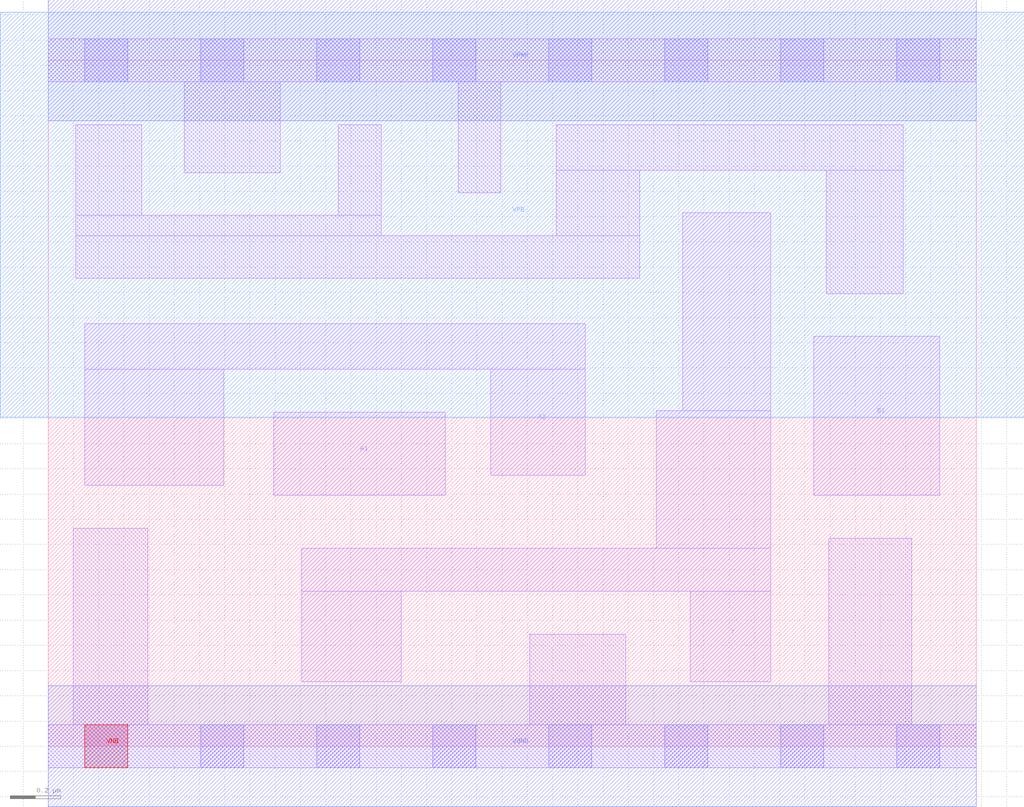
<source format=lef>
# Copyright 2020 The SkyWater PDK Authors
#
# Licensed under the Apache License, Version 2.0 (the "License");
# you may not use this file except in compliance with the License.
# You may obtain a copy of the License at
#
#     https://www.apache.org/licenses/LICENSE-2.0
#
# Unless required by applicable law or agreed to in writing, software
# distributed under the License is distributed on an "AS IS" BASIS,
# WITHOUT WARRANTIES OR CONDITIONS OF ANY KIND, either express or implied.
# See the License for the specific language governing permissions and
# limitations under the License.
#
# SPDX-License-Identifier: Apache-2.0

VERSION 5.7 ;
  NOWIREEXTENSIONATPIN ON ;
  DIVIDERCHAR "/" ;
  BUSBITCHARS "[]" ;
PROPERTYDEFINITIONS
  MACRO maskLayoutSubType STRING ;
  MACRO prCellType STRING ;
  MACRO originalViewName STRING ;
END PROPERTYDEFINITIONS
MACRO sky130_fd_sc_hdll__a21oi_2
  CLASS CORE ;
  FOREIGN sky130_fd_sc_hdll__a21oi_2 ;
  ORIGIN  0.000000  0.000000 ;
  SIZE  3.680000 BY  2.720000 ;
  SYMMETRY X Y R90 ;
  SITE unithd ;
  PIN A1
    ANTENNAGATEAREA  0.555000 ;
    DIRECTION INPUT ;
    USE SIGNAL ;
    PORT
      LAYER li1 ;
        RECT 0.895000 0.995000 1.575000 1.325000 ;
    END
  END A1
  PIN A2
    ANTENNAGATEAREA  0.555000 ;
    DIRECTION INPUT ;
    USE SIGNAL ;
    PORT
      LAYER li1 ;
        RECT 0.145000 1.035000 0.695000 1.495000 ;
        RECT 0.145000 1.495000 2.130000 1.675000 ;
        RECT 1.755000 1.075000 2.130000 1.495000 ;
    END
  END A2
  PIN B1
    ANTENNAGATEAREA  0.555000 ;
    DIRECTION INPUT ;
    USE SIGNAL ;
    PORT
      LAYER li1 ;
        RECT 3.035000 0.995000 3.535000 1.625000 ;
    END
  END B1
  PIN VGND
    ANTENNADIFFAREA  0.754000 ;
    DIRECTION INOUT ;
    USE SIGNAL ;
    PORT
      LAYER met1 ;
        RECT 0.000000 -0.240000 3.680000 0.240000 ;
    END
  END VGND
  PIN VNB
    PORT
      LAYER pwell ;
        RECT 0.145000 -0.085000 0.315000 0.085000 ;
    END
  END VNB
  PIN VPB
    PORT
      LAYER nwell ;
        RECT -0.190000 1.305000 3.870000 2.910000 ;
    END
  END VPB
  PIN VPWR
    ANTENNADIFFAREA  0.590000 ;
    DIRECTION INOUT ;
    USE SIGNAL ;
    PORT
      LAYER met1 ;
        RECT 0.000000 2.480000 3.680000 2.960000 ;
    END
  END VPWR
  PIN Y
    ANTENNADIFFAREA  0.745000 ;
    DIRECTION OUTPUT ;
    USE SIGNAL ;
    PORT
      LAYER li1 ;
        RECT 1.005000 0.255000 1.400000 0.615000 ;
        RECT 1.005000 0.615000 2.865000 0.785000 ;
        RECT 2.410000 0.785000 2.865000 1.330000 ;
        RECT 2.515000 1.330000 2.865000 2.115000 ;
        RECT 2.545000 0.255000 2.865000 0.615000 ;
    END
  END Y
  OBS
    LAYER li1 ;
      RECT 0.000000 -0.085000 3.680000 0.085000 ;
      RECT 0.000000  2.635000 3.680000 2.805000 ;
      RECT 0.100000  0.085000 0.395000 0.865000 ;
      RECT 0.110000  1.855000 2.345000 2.025000 ;
      RECT 0.110000  2.025000 1.320000 2.105000 ;
      RECT 0.110000  2.105000 0.370000 2.465000 ;
      RECT 0.540000  2.275000 0.920000 2.635000 ;
      RECT 1.150000  2.105000 1.320000 2.465000 ;
      RECT 1.625000  2.195000 1.795000 2.635000 ;
      RECT 1.910000  0.085000 2.290000 0.445000 ;
      RECT 2.015000  2.025000 2.345000 2.285000 ;
      RECT 2.015000  2.285000 3.390000 2.465000 ;
      RECT 3.085000  1.795000 3.390000 2.285000 ;
      RECT 3.095000  0.085000 3.425000 0.825000 ;
    LAYER mcon ;
      RECT 0.145000 -0.085000 0.315000 0.085000 ;
      RECT 0.145000  2.635000 0.315000 2.805000 ;
      RECT 0.605000 -0.085000 0.775000 0.085000 ;
      RECT 0.605000  2.635000 0.775000 2.805000 ;
      RECT 1.065000 -0.085000 1.235000 0.085000 ;
      RECT 1.065000  2.635000 1.235000 2.805000 ;
      RECT 1.525000 -0.085000 1.695000 0.085000 ;
      RECT 1.525000  2.635000 1.695000 2.805000 ;
      RECT 1.985000 -0.085000 2.155000 0.085000 ;
      RECT 1.985000  2.635000 2.155000 2.805000 ;
      RECT 2.445000 -0.085000 2.615000 0.085000 ;
      RECT 2.445000  2.635000 2.615000 2.805000 ;
      RECT 2.905000 -0.085000 3.075000 0.085000 ;
      RECT 2.905000  2.635000 3.075000 2.805000 ;
      RECT 3.365000 -0.085000 3.535000 0.085000 ;
      RECT 3.365000  2.635000 3.535000 2.805000 ;
  END
  PROPERTY maskLayoutSubType "abstract" ;
  PROPERTY prCellType "standard" ;
  PROPERTY originalViewName "layout" ;
END sky130_fd_sc_hdll__a21oi_2
END LIBRARY

</source>
